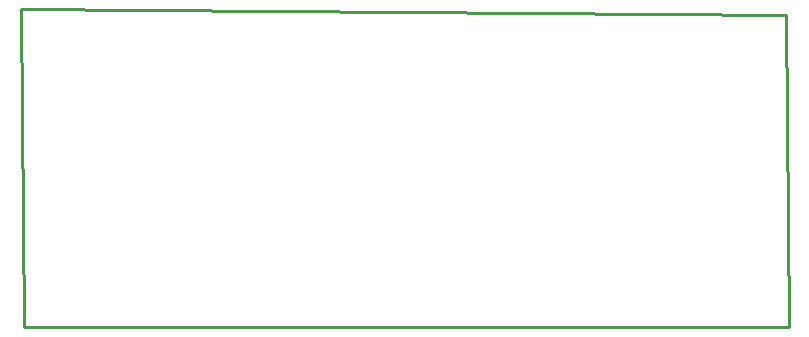
<source format=gbr>
G04 EAGLE Gerber RS-274X export*
G75*
%MOMM*%
%FSLAX34Y34*%
%LPD*%
%IN*%
%IPPOS*%
%AMOC8*
5,1,8,0,0,1.08239X$1,22.5*%
G01*
%ADD10C,0.254000*%


D10*
X86360Y835660D02*
X88900Y566420D01*
X736600Y566420D01*
X734060Y830580D01*
X86360Y835660D01*
M02*

</source>
